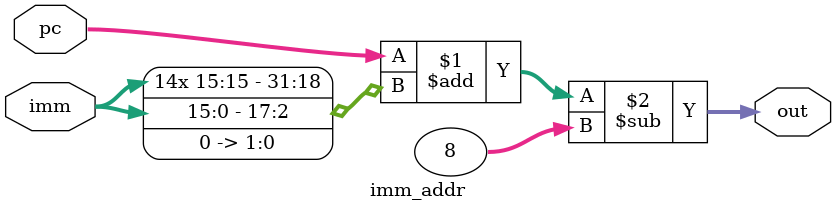
<source format=v>
`timescale 1ns / 1ps

module imm_addr(imm,pc,out
    );
	input wire [15:0]imm;
	input wire [31:0]pc;
	output wire [31:0] out;
	assign out=pc[31:0]+{{14{imm[15]}},imm[15:0],2'b0}-8;

endmodule

</source>
